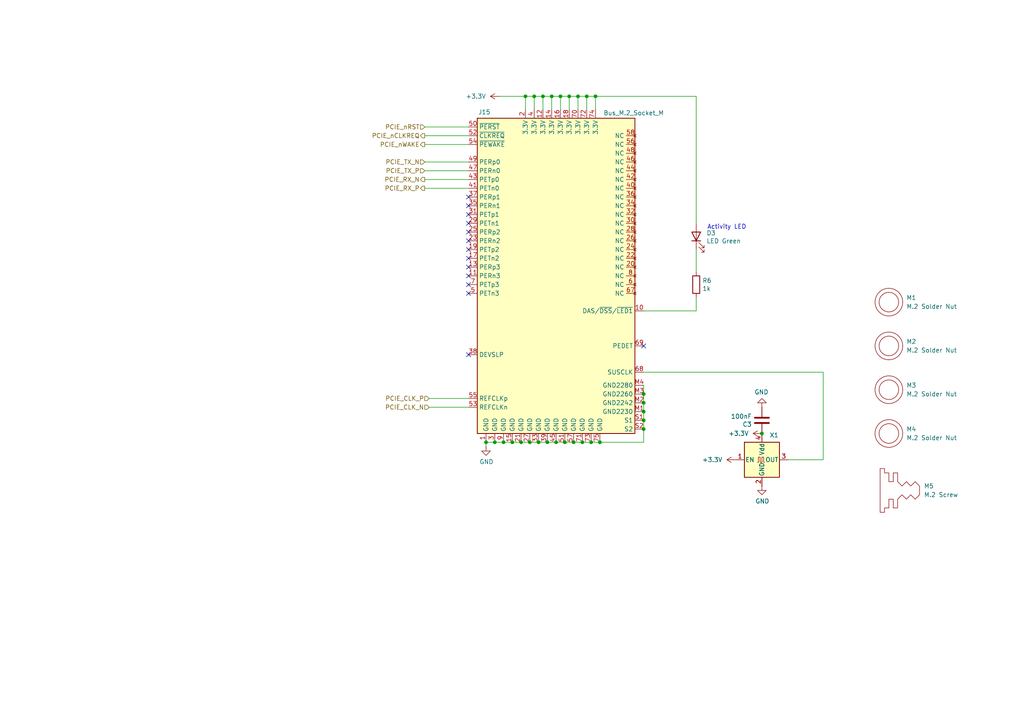
<source format=kicad_sch>
(kicad_sch (version 20231120) (generator "eeschema") (generator_version "8.0")
  (paper "A4")
  (title_block (title "Compute Module 5 IO Board - M2 Socket") (rev "1") (company "Copyright © 2024 Raspberry Pi Ltd.") (comment 1 "www.raspberrypi.com"))
  (lib_symbols
    (symbol "CM5IO:Bus_M.2_Socket_M"
      (property "Reference" "J" (at -22.86 46.99 0))
      (property "Value" "Bus_M.2_Socket_M" (at 30.988 46.99 0))
      (symbol "Bus_M.2_Socket_M_0_1"
        (rectangle (start -22.86 45.72) (end 22.86 -45.72) (stroke (width 0.254)) (fill (type background)))
      )
      (symbol "Bus_M.2_Socket_M_1_1"
        (pin power_in line (at -20.32 -48.26 90) (length 2.54) (name "GND") (number "1"))
        (pin bidirectional line (at 25.4 -10.16 180) (length 2.54) (name "DAS/~{DSS}/~{LED1}") (number "10"))
        (pin input line (at -25.4 0 0) (length 2.54) (name "PERn3") (number "11"))
        (pin power_in line (at -3.81 48.26 270) (length 2.54) (name "3.3V") (number "12"))
        (pin input line (at -25.4 2.54 0) (length 2.54) (name "PERp3") (number "13"))
        (pin power_in line (at -1.27 48.26 270) (length 2.54) (name "3.3V") (number "14"))
        (pin power_in line (at -12.7 -48.26 90) (length 2.54) (name "GND") (number "15"))
        (pin power_in line (at 1.27 48.26 270) (length 2.54) (name "3.3V") (number "16"))
        (pin output line (at -25.4 5.08 0) (length 2.54) (name "PETn2") (number "17"))
        (pin power_in line (at 3.81 48.26 270) (length 2.54) (name "3.3V") (number "18"))
        (pin output line (at -25.4 7.62 0) (length 2.54) (name "PETp2") (number "19"))
        (pin power_in line (at -8.89 48.26 270) (length 2.54) (name "3.3V") (number "2"))
        (pin no_connect line (at 22.86 2.54 180) (length 2.54) (name "NC") (number "20"))
        (pin power_in line (at -10.16 -48.26 90) (length 2.54) (name "GND") (number "21"))
        (pin no_connect line (at 22.86 5.08 180) (length 2.54) (name "NC") (number "22"))
        (pin input line (at -25.4 10.16 0) (length 2.54) (name "PERn2") (number "23"))
        (pin no_connect line (at 22.86 7.62 180) (length 2.54) (name "NC") (number "24"))
        (pin input line (at -25.4 12.7 0) (length 2.54) (name "PERp2") (number "25"))
        (pin no_connect line (at 22.86 10.16 180) (length 2.54) (name "NC") (number "26"))
        (pin power_in line (at -7.62 -48.26 90) (length 2.54) (name "GND") (number "27"))
        (pin no_connect line (at 22.86 12.7 180) (length 2.54) (name "NC") (number "28"))
        (pin output line (at -25.4 15.24 0) (length 2.54) (name "PETn1") (number "29"))
        (pin power_in line (at -17.78 -48.26 90) (length 2.54) (name "GND") (number "3"))
        (pin no_connect line (at 22.86 15.24 180) (length 2.54) (name "NC") (number "30"))
        (pin output line (at -25.4 17.78 0) (length 2.54) (name "PETp1") (number "31"))
        (pin no_connect line (at 22.86 17.78 180) (length 2.54) (name "NC") (number "32"))
        (pin power_in line (at -5.08 -48.26 90) (length 2.54) (name "GND") (number "33"))
        (pin no_connect line (at 22.86 20.32 180) (length 2.54) (name "NC") (number "34"))
        (pin input line (at -25.4 20.32 0) (length 2.54) (name "PERn1") (number "35"))
        (pin no_connect line (at 22.86 22.86 180) (length 2.54) (name "NC") (number "36"))
        (pin input line (at -25.4 22.86 0) (length 2.54) (name "PERp1") (number "37"))
        (pin input line (at -25.4 -22.86 0) (length 2.54) (name "DEVSLP") (number "38"))
        (pin power_in line (at -2.54 -48.26 90) (length 2.54) (name "GND") (number "39"))
        (pin power_in line (at -6.35 48.26 270) (length 2.54) (name "3.3V") (number "4"))
        (pin no_connect line (at 22.86 25.4 180) (length 2.54) (name "NC") (number "40"))
        (pin output line (at -25.4 25.4 0) (length 2.54) (name "PETn0") (number "41"))
        (pin no_connect line (at 22.86 27.94 180) (length 2.54) (name "NC") (number "42"))
        (pin output line (at -25.4 27.94 0) (length 2.54) (name "PETp0") (number "43"))
        (pin no_connect line (at 22.86 30.48 180) (length 2.54) (name "NC") (number "44"))
        (pin power_in line (at 0 -48.26 90) (length 2.54) (name "GND") (number "45"))
        (pin no_connect line (at 22.86 33.02 180) (length 2.54) (name "NC") (number "46"))
        (pin input line (at -25.4 30.48 0) (length 2.54) (name "PERn0") (number "47"))
        (pin no_connect line (at 22.86 35.56 180) (length 2.54) (name "NC") (number "48"))
        (pin input line (at -25.4 33.02 0) (length 2.54) (name "PERp0") (number "49"))
        (pin output line (at -25.4 -5.08 0) (length 2.54) (name "PETn3") (number "5"))
        (pin input line (at -25.4 43.18 0) (length 2.54) (name "~{PERST}") (number "50"))
        (pin power_in line (at 2.54 -48.26 90) (length 2.54) (name "GND") (number "51"))
        (pin bidirectional line (at -25.4 40.64 0) (length 2.54) (name "~{CLKREQ}") (number "52"))
        (pin input line (at -25.4 -38.1 0) (length 2.54) (name "REFCLKn") (number "53"))
        (pin bidirectional line (at -25.4 38.1 0) (length 2.54) (name "~{PEWAKE}") (number "54"))
        (pin input line (at -25.4 -35.56 0) (length 2.54) (name "REFCLKp") (number "55"))
        (pin no_connect line (at 22.86 38.1 180) (length 2.54) (name "NC") (number "56"))
        (pin power_in line (at 5.08 -48.26 90) (length 2.54) (name "GND") (number "57"))
        (pin no_connect line (at 22.86 40.64 180) (length 2.54) (name "NC") (number "58"))
        (pin no_connect line (at 22.86 -2.54 180) (length 2.54) (name "NC") (number "6"))
        (pin no_connect line (at 22.86 -5.08 180) (length 2.54) (name "NC") (number "67"))
        (pin input line (at 25.4 -27.94 180) (length 2.54) (name "SUSCLK") (number "68"))
        (pin passive line (at 25.4 -20.32 180) (length 2.54) (name "PEDET") (number "69"))
        (pin output line (at -25.4 -2.54 0) (length 2.54) (name "PETp3") (number "7"))
        (pin power_in line (at 6.35 48.26 270) (length 2.54) (name "3.3V") (number "70"))
        (pin power_in line (at 7.62 -48.26 90) (length 2.54) (name "GND") (number "71"))
        (pin power_in line (at 8.89 48.26 270) (length 2.54) (name "3.3V") (number "72"))
        (pin power_in line (at 10.16 -48.26 90) (length 2.54) (name "GND") (number "73"))
        (pin power_in line (at 11.43 48.26 270) (length 2.54) (name "3.3V") (number "74"))
        (pin power_in line (at 12.7 -48.26 90) (length 2.54) (name "GND") (number "75"))
        (pin no_connect line (at 22.86 0 180) (length 2.54) (name "NC") (number "8"))
        (pin power_in line (at -15.24 -48.26 90) (length 2.54) (name "GND") (number "9"))
        (pin passive line (at 25.4 -39.37 180) (length 2.54) (name "GND2230") (number "M1"))
        (pin passive line (at 25.4 -36.83 180) (length 2.54) (name "GND2242") (number "M2"))
        (pin passive line (at 25.4 -34.29 180) (length 2.54) (name "GND2260") (number "M3"))
        (pin passive line (at 25.4 -31.75 180) (length 2.54) (name "GND2280") (number "M4"))
        (pin passive line (at 25.4 -41.91 180) (length 2.54) (name "S1") (number "S1"))
        (pin passive line (at 25.4 -44.45 180) (length 2.54) (name "S2") (number "S2"))
      )
    )
    (symbol "CM5IO:M.2_Screw" (pin_numbers hide) (pin_names (offset 0) hide) (on_board no)
      (property "Reference" "M" (at -0.254 -6.35 0))
      (property "Value" "M.2 Screw" (at 0.254 -8.636 0))
      (symbol "M.2_Screw_0_1"
        (polyline (pts (xy -5.08 0) (xy -5.08 -6.35) (xy -3.81 -6.35) (xy -3.81 -5.08) (xy -2.54 -5.08) (xy -2.54 -2.54) (xy -1.27 -2.54) (xy -1.27 -5.08) (xy 0 -5.08) (xy 0 -2.54) (xy 1.27 -1.27) (xy 2.54 -2.54) (xy 3.81 -1.27) (xy 5.08 -2.54) (xy 6.35 -1.27) (xy 6.35 1.27) (xy 5.08 2.54) (xy 3.81 1.27) (xy 2.54 2.54) (xy 1.27 1.27) (xy 0 2.54) (xy 0 5.08) (xy -1.27 5.08) (xy -1.27 2.54) (xy -2.54 2.54) (xy -2.54 5.08) (xy -3.81 5.08) (xy -3.81 6.35) (xy -5.08 6.35) (xy -5.08 0)))
      )
    )
    (symbol "CM5IO:SolderNut" (pin_numbers hide) (pin_names (offset 0) hide) (exclude_from_sim yes) (on_board no)
      (property "Reference" "M" (at -6.35 -3.556 0))
      (property "Value" "M.2 Solder Nut" (at 0.254 -5.842 0))
      (symbol "SolderNut_0_1"
        (circle (center 0 0) (radius 2.8398))
        (circle (center 0 0) (radius 4.0161))
      )
    )
    (symbol "Device:C" (pin_numbers hide) (pin_names (offset 0.254))
      (property "Reference" "C" (at 0.635 2.54 0))
      (property "Value" "C" (at 0.635 -2.54 0))
      (symbol "C_0_1"
        (polyline (pts (xy -2.032 -0.762) (xy 2.032 -0.762)) (stroke (width 0.508)))
        (polyline (pts (xy -2.032 0.762) (xy 2.032 0.762)) (stroke (width 0.508)))
      )
      (symbol "C_1_1"
        (pin passive line (at 0 3.81 270) (length 2.794) (name "~") (number "1"))
        (pin passive line (at 0 -3.81 90) (length 2.794) (name "~") (number "2"))
      )
    )
    (symbol "Device:LED" (pin_numbers hide) (pin_names (offset 1.016) hide)
      (property "Reference" "D" (at 0 2.54 0))
      (property "Value" "LED" (at 0 -2.54 0))
      (symbol "LED_0_1"
        (polyline (pts (xy -1.27 -1.27) (xy -1.27 1.27)) (stroke (width 0.254)))
        (polyline (pts (xy -1.27 0) (xy 1.27 0)))
        (polyline (pts (xy 1.27 -1.27) (xy 1.27 1.27) (xy -1.27 0) (xy 1.27 -1.27)) (stroke (width 0.254)))
        (polyline (pts (xy -3.048 -0.762) (xy -4.572 -2.286) (xy -3.81 -2.286) (xy -4.572 -2.286) (xy -4.572 -1.524)))
        (polyline (pts (xy -1.778 -0.762) (xy -3.302 -2.286) (xy -2.54 -2.286) (xy -3.302 -2.286) (xy -3.302 -1.524)))
      )
      (symbol "LED_1_1"
        (pin passive line (at -3.81 0 0) (length 2.54) (name "K") (number "1"))
        (pin passive line (at 3.81 0 180) (length 2.54) (name "A") (number "2"))
      )
    )
    (symbol "Device:R" (pin_numbers hide) (pin_names (offset 0))
      (property "Reference" "R" (at 2.032 0 90))
      (property "Value" "R" (at 0 0 90))
      (symbol "R_0_1"
        (rectangle (start -1.016 -2.54) (end 1.016 2.54) (stroke (width 0.254)))
      )
      (symbol "R_1_1"
        (pin passive line (at 0 3.81 270) (length 1.27) (name "~") (number "1"))
        (pin passive line (at 0 -3.81 90) (length 1.27) (name "~") (number "2"))
      )
    )
    (symbol "Oscillator:ASE-xxxMHz" (pin_names (offset 0.254))
      (property "Reference" "X" (at -5.08 6.35 0))
      (property "Value" "ASE-xxxMHz" (at 1.27 -6.35 0))
      (symbol "ASE-xxxMHz_0_1"
        (rectangle (start -5.08 5.08) (end 5.08 -5.08) (stroke (width 0.254)) (fill (type background)))
        (polyline (pts (xy -1.27 -0.762) (xy -1.016 -0.762) (xy -1.016 0.762) (xy -0.508 0.762) (xy -0.508 -0.762) (xy 0 -0.762) (xy 0 0.762) (xy 0.508 0.762) (xy 0.508 -0.762) (xy 0.762 -0.762)))
      )
      (symbol "ASE-xxxMHz_1_1"
        (pin input line (at -7.62 0 0) (length 2.54) (name "EN") (number "1"))
        (pin power_in line (at 0 -7.62 90) (length 2.54) (name "GND") (number "2"))
        (pin output line (at 7.62 0 180) (length 2.54) (name "OUT") (number "3"))
        (pin power_in line (at 0 7.62 270) (length 2.54) (name "Vdd") (number "4"))
      )
    )
    (symbol "power:+3.3V" (power) (pin_numbers hide) (pin_names (offset 0) hide)
      (property "Value" "+3.3V" (at 0 3.556 0))
      (symbol "+3.3V_0_1"
        (polyline (pts (xy -0.762 1.27) (xy 0 2.54)))
        (polyline (pts (xy 0 0) (xy 0 2.54)))
        (polyline (pts (xy 0 2.54) (xy 0.762 1.27)))
      )
      (symbol "+3.3V_1_1"
        (pin power_in line (at 0 0 90) (length 0) (name "~") (number "1"))
      )
    )
    (symbol "power:GND" (power) (pin_numbers hide) (pin_names (offset 0) hide)
      (property "Value" "GND" (at 0 -3.81 0))
      (symbol "GND_0_1"
        (polyline (pts (xy 0 0) (xy 0 -1.27) (xy 1.27 -1.27) (xy 0 -2.54) (xy -1.27 -1.27) (xy 0 -1.27)))
      )
      (symbol "GND_1_1"
        (pin power_in line (at 0 0 270) (length 0) (name "~") (number "1"))
      )
    )
  )
  (junction (at 156.21 128.27))
  (junction (at 170.18 27.94))
  (junction (at 143.51 128.27))
  (junction (at 171.45 128.27))
  (junction (at 165.1 27.94))
  (junction (at 158.75 128.27))
  (junction (at 153.67 128.27))
  (junction (at 173.99 128.27))
  (junction (at 154.94 27.94))
  (junction (at 186.69 121.92))
  (junction (at 186.69 116.84))
  (junction (at 166.37 128.27))
  (junction (at 146.05 128.27))
  (junction (at 152.4 27.94))
  (junction (at 163.83 128.27))
  (junction (at 148.59 128.27))
  (junction (at 167.64 27.94))
  (junction (at 161.29 128.27))
  (junction (at 186.69 124.46))
  (junction (at 186.69 114.3))
  (junction (at 140.97 128.27))
  (junction (at 160.02 27.94))
  (junction (at 162.56 27.94))
  (junction (at 186.69 119.38))
  (junction (at 220.98 125.73))
  (junction (at 172.72 27.94))
  (junction (at 151.13 128.27))
  (junction (at 168.91 128.27))
  (junction (at 157.48 27.94))
  (no_connect (at 135.89 80.01))
  (no_connect (at 135.89 85.09))
  (no_connect (at 135.89 72.39))
  (no_connect (at 135.89 82.55))
  (no_connect (at 135.89 57.15))
  (no_connect (at 135.89 102.87))
  (no_connect (at 135.89 77.47))
  (no_connect (at 186.69 100.33))
  (no_connect (at 135.89 67.31))
  (no_connect (at 135.89 62.23))
  (no_connect (at 135.89 74.93))
  (no_connect (at 135.89 69.85))
  (no_connect (at 135.89 64.77))
  (no_connect (at 135.89 59.69))
  (wire (pts (xy 186.69 124.46) (xy 186.69 128.27)))
  (wire (pts (xy 140.97 128.27) (xy 143.51 128.27)))
  (wire (pts (xy 167.64 27.94) (xy 170.18 27.94)))
  (wire (pts (xy 162.56 27.94) (xy 162.56 31.75)))
  (wire (pts (xy 201.93 27.94) (xy 201.93 64.77)))
  (wire (pts (xy 152.4 27.94) (xy 154.94 27.94)))
  (wire (pts (xy 173.99 128.27) (xy 171.45 128.27)))
  (wire (pts (xy 123.19 52.07) (xy 135.89 52.07)))
  (wire (pts (xy 124.46 115.57) (xy 135.89 115.57)))
  (wire (pts (xy 135.89 46.99) (xy 123.19 46.99)))
  (wire (pts (xy 156.21 128.27) (xy 153.67 128.27)))
  (wire (pts (xy 238.76 133.35) (xy 228.6 133.35)))
  (wire (pts (xy 154.94 27.94) (xy 157.48 27.94)))
  (wire (pts (xy 186.69 119.38) (xy 186.69 121.92)))
  (wire (pts (xy 186.69 121.92) (xy 186.69 124.46)))
  (wire (pts (xy 165.1 27.94) (xy 165.1 31.75)))
  (wire (pts (xy 123.19 54.61) (xy 135.89 54.61)))
  (wire (pts (xy 171.45 128.27) (xy 168.91 128.27)))
  (wire (pts (xy 123.19 49.53) (xy 135.89 49.53)))
  (wire (pts (xy 201.93 90.17) (xy 201.93 86.36)))
  (wire (pts (xy 172.72 27.94) (xy 201.93 27.94)))
  (wire (pts (xy 186.69 116.84) (xy 186.69 119.38)))
  (wire (pts (xy 167.64 27.94) (xy 167.64 31.75)))
  (wire (pts (xy 186.69 114.3) (xy 186.69 116.84)))
  (wire (pts (xy 186.69 128.27) (xy 173.99 128.27)))
  (wire (pts (xy 168.91 128.27) (xy 166.37 128.27)))
  (wire (pts (xy 158.75 128.27) (xy 161.29 128.27)))
  (wire (pts (xy 166.37 128.27) (xy 163.83 128.27)))
  (wire (pts (xy 170.18 27.94) (xy 172.72 27.94)))
  (wire (pts (xy 157.48 27.94) (xy 160.02 27.94)))
  (wire (pts (xy 157.48 27.94) (xy 157.48 31.75)))
  (wire (pts (xy 186.69 111.76) (xy 186.69 114.3)))
  (wire (pts (xy 152.4 27.94) (xy 152.4 31.75)))
  (wire (pts (xy 172.72 27.94) (xy 172.72 31.75)))
  (wire (pts (xy 124.46 118.11) (xy 135.89 118.11)))
  (wire (pts (xy 123.19 39.37) (xy 135.89 39.37)))
  (wire (pts (xy 123.19 41.91) (xy 135.89 41.91)))
  (wire (pts (xy 146.05 128.27) (xy 143.51 128.27)))
  (wire (pts (xy 140.97 128.27) (xy 140.97 129.54)))
  (wire (pts (xy 148.59 128.27) (xy 151.13 128.27)))
  (wire (pts (xy 186.69 90.17) (xy 201.93 90.17)))
  (wire (pts (xy 144.78 27.94) (xy 152.4 27.94)))
  (wire (pts (xy 162.56 27.94) (xy 165.1 27.94)))
  (wire (pts (xy 186.69 107.95) (xy 238.76 107.95)))
  (wire (pts (xy 163.83 128.27) (xy 161.29 128.27)))
  (wire (pts (xy 151.13 128.27) (xy 153.67 128.27)))
  (wire (pts (xy 156.21 128.27) (xy 158.75 128.27)))
  (wire (pts (xy 201.93 72.39) (xy 201.93 78.74)))
  (wire (pts (xy 160.02 27.94) (xy 160.02 31.75)))
  (wire (pts (xy 154.94 27.94) (xy 154.94 31.75)))
  (wire (pts (xy 165.1 27.94) (xy 167.64 27.94)))
  (wire (pts (xy 146.05 128.27) (xy 148.59 128.27)))
  (wire (pts (xy 123.19 36.83) (xy 135.89 36.83)))
  (wire (pts (xy 160.02 27.94) (xy 162.56 27.94)))
  (wire (pts (xy 170.18 27.94) (xy 170.18 31.75)))
  (wire (pts (xy 238.76 107.95) (xy 238.76 133.35)))
  (text "Activity LED" (at 205.105 66.675 0) (effects (font (size 1.27 1.27)) (justify left bottom)))
  (hierarchical_label "PCIE_RX_N" (shape output) (at 123.19 52.07 180))
  (hierarchical_label "PCIE_CLK_N" (shape input) (at 124.46 118.11 180))
  (hierarchical_label "PCIE_TX_P" (shape input) (at 123.19 49.53 180))
  (hierarchical_label "PCIE_nCLKREQ" (shape output) (at 123.19 39.37 180))
  (hierarchical_label "PCIE_RX_P" (shape output) (at 123.19 54.61 180))
  (hierarchical_label "PCIE_nWAKE" (shape output) (at 123.19 41.91 180))
  (hierarchical_label "PCIE_TX_N" (shape input) (at 123.19 46.99 180))
  (hierarchical_label "PCIE_nRST" (shape input) (at 123.19 36.83 180))
  (hierarchical_label "PCIE_CLK_P" (shape input) (at 124.46 115.57 180))
  (symbol (lib_id "Device:LED") (at 201.93 68.58 90) (unit 1)
    (property "Reference" "D3" (at 204.9018 67.5894 90) (effects (justify right)))
    (property "Value" "LED Green" (at 204.9018 69.9008 90) (effects (justify right)))
    (property "Footprint" "LED_SMD:LED_0603_1608Metric" (effects (hide yes)))
    (property "Datasheet" "http://optoelectronics.liteon.com/upload/download/DS22-2000-226/LTST-S270KGKT.pdf" (effects (hide yes)))
    (property "Field4" "Digikey " (effects (hide yes)))
    (property "Field5" "LTST-S270KGKT" (effects (hide yes)))
    (property "Field6" "SML-A12M8TT86N" (effects (hide yes)))
    (property "Field7" "Rohm" (effects (hide yes)))
    (property "Field8" "650263301" (effects (hide yes)))
    (property "Part Description" "	Green 572nm LED Indication - Discrete 2.2V 2-SMD, No Lead" (effects (hide yes)))
  )
  (symbol (lib_id "power:GND") (at 220.98 118.11 180) (unit 1)
    (property "Reference" "#PWR045" (effects (hide yes)))
    (property "Value" "GND" (at 220.853 113.7158 0))
    (property "Description" "Power symbol creates a global label with name \"GND\" , ground" (effects (hide yes)))
  )
  (symbol (lib_id "power:+3.3V") (at 144.78 27.94 90) (unit 1)
    (property "Reference" "#PWR040" (effects (hide yes)))
    (property "Value" "+3.3V" (at 140.97 27.9399 90) (effects (justify left)))
    (property "Description" "Power symbol creates a global label with name \"+3.3V\"" (effects (hide yes)))
  )
  (symbol (lib_id "power:GND") (at 140.97 129.54 0) (unit 1)
    (property "Reference" "#PWR043" (effects (hide yes)))
    (property "Value" "GND" (at 141.097 133.9342 0))
    (property "Description" "Power symbol creates a global label with name \"GND\" , ground" (effects (hide yes)))
  )
  (symbol (lib_id "Device:R") (at 201.93 82.55 0) (unit 1)
    (property "Reference" "R6" (at 203.708 81.3816 0) (effects (justify left)))
    (property "Value" "1k" (at 203.708 83.693 0) (effects (justify left)))
    (property "Footprint" "Resistor_SMD:R_0603_1608Metric_Pad0.98x0.95mm_HandSolder" (effects (hide yes)))
    (property "Datasheet" "https://fscdn.rohm.com/en/products/databook/datasheet/passive/resistor/chip_resistor/mcr-e.pdf" (effects (hide yes)))
    (property "Field4" "Farnell" (effects (hide yes)))
    (property "Field5" "9239235" (effects (hide yes)))
    (property "Field7" "KOA EUROPE GMBH" (effects (hide yes)))
    (property "Field6" "RK73H1ETTP1001F" (effects (hide yes)))
    (property "Part Description" "Resistor 1K M1005 1% 63mW" (effects (hide yes)))
    (property "Field8" "125049511" (effects (hide yes)))
  )
  (symbol (lib_id "CM5IO:SolderNut") (at 257.81 113.03 0) (unit 1) (exclude_from_sim yes) (on_board no)
    (property "Reference" "M3" (at 262.89 111.7599 0) (effects (justify left)))
    (property "Value" "M.2 Solder Nut" (at 262.89 114.2999 0) (effects (justify left)))
    (property "Part Description" "Solder nut for M.2 slot" (effects (hide yes)))
  )
  (symbol (lib_id "power:GND") (at 220.98 140.97 0) (unit 1)
    (property "Reference" "#PWR044" (effects (hide yes)))
    (property "Value" "GND" (at 221.107 145.3642 0))
    (property "Description" "Power symbol creates a global label with name \"GND\" , ground" (effects (hide yes)))
  )
  (symbol (lib_id "CM5IO:M.2_Screw") (at 260.35 142.24 0) (unit 1) (on_board no)
    (property "Reference" "M5" (at 267.97 140.9699 0) (effects (justify left)))
    (property "Value" "M.2 Screw" (at 267.97 143.5099 0) (effects (justify left)))
    (property "Part Description" "M.2 Screw" (effects (hide yes)))
  )
  (symbol (lib_id "power:+3.3V") (at 213.36 133.35 90) (unit 1)
    (property "Reference" "#PWR041" (effects (hide yes)))
    (property "Value" "+3.3V" (at 209.55 133.3499 90) (effects (justify left)))
    (property "Description" "Power symbol creates a global label with name \"+3.3V\"" (effects (hide yes)))
  )
  (symbol (lib_id "CM5IO:SolderNut") (at 257.81 100.33 0) (unit 1) (exclude_from_sim yes) (on_board no)
    (property "Reference" "M2" (at 262.89 99.0599 0) (effects (justify left)))
    (property "Value" "M.2 Solder Nut" (at 262.89 101.5999 0) (effects (justify left)))
    (property "Part Description" "Solder nut for M.2 slot" (effects (hide yes)))
  )
  (symbol (lib_id "power:+3.3V") (at 220.98 125.73 90) (mirror x) (unit 1)
    (property "Reference" "#PWR042" (effects (hide yes)))
    (property "Value" "+3.3V" (at 217.17 125.7299 90) (effects (justify left)))
    (property "Description" "Power symbol creates a global label with name \"+3.3V\"" (effects (hide yes)))
  )
  (symbol (lib_id "CM5IO:SolderNut") (at 257.81 87.63 0) (unit 1) (exclude_from_sim yes) (on_board no)
    (property "Reference" "M1" (at 262.89 86.3599 0) (effects (justify left)))
    (property "Value" "M.2 Solder Nut" (at 262.89 88.8999 0) (effects (justify left)))
    (property "Part Description" "Solder nut for M.2 slot" (effects (hide yes)))
  )
  (symbol (lib_id "Oscillator:ASE-xxxMHz") (at 220.98 133.35 0) (unit 1)
    (property "Reference" "X1" (at 224.536 126.238 0))
    (property "Value" "ASEK-32.768KHZ-L-R-T" (effects (hide yes)))
    (property "Footprint" "Oscillator:Oscillator_SMD_Abracon_ASE-4Pin_3.2x2.5mm" (effects (hide yes)))
    (property "Datasheet" "http://www.abracon.com/Oscillators/ASV.pdf" (effects (hide yes)))
    (property "Description" "3.3V CMOS SMD Crystal Clock Oscillator, Abracon" (effects (hide yes)))
  )
  (symbol (lib_id "Device:C") (at 220.98 121.92 180) (unit 1)
    (property "Reference" "C3" (at 218.059 123.0884 0) (effects (justify left)))
    (property "Value" "100nF" (at 218.059 120.777 0) (effects (justify left)))
    (property "Footprint" "Capacitor_SMD:C_0603_1608Metric_Pad1.08x0.95mm_HandSolder" (effects (hide yes)))
    (property "Datasheet" "https://search.murata.co.jp/Ceramy/image/img/A01X/G101/ENG/GRM155R71C104KA88-01.pdf" (effects (hide yes)))
    (property "Field4" "Farnell" (effects (hide yes)))
    (property "Field5" "2611911" (effects (hide yes)))
    (property "Field6" "RM EMK105 B7104KV-F" (effects (hide yes)))
    (property "Field7" "TAIYO YUDEN EUROPE GMBH" (effects (hide yes)))
    (property "Field8" "110091611" (effects (hide yes)))
    (property "Part Description" "	0.1uF 10% 16V Ceramic Capacitor X7R 0402 (1005 Metric)" (effects (hide yes)))
  )
  (symbol (lib_id "CM5IO:Bus_M.2_Socket_M") (at 161.29 80.01 0) (unit 1)
    (property "Reference" "J15" (at 138.684 32.512 0) (effects (justify left)))
    (property "Value" "Bus_M.2_Socket_M" (at 175.006 32.766 0) (effects (justify left)))
    (property "Footprint" "CM5IO:M.2 M Key socket" (effects (hide yes)))
    (property "Description" "M.2 Socket 3 Mechanical Key M" (effects (hide yes)))
    (property "Field5" "MTSSD03-67MSW337" (effects (hide yes)))
    (property "Field6" "MTSSD03-67MSW337" (effects (hide yes)))
    (property "Field7" "MTCONN" (effects (hide yes)))
    (property "Part Description" "M.2 M Key connector" (effects (hide yes)))
  )
  (symbol (lib_id "CM5IO:SolderNut") (at 257.81 125.73 0) (unit 1) (exclude_from_sim yes) (on_board no)
    (property "Reference" "M4" (at 262.89 124.4599 0) (effects (justify left)))
    (property "Value" "M.2 Solder Nut" (at 262.89 126.9999 0) (effects (justify left)))
    (property "Part Description" "Solder nut for M.2 slot" (effects (hide yes)))
  )
)
</source>
